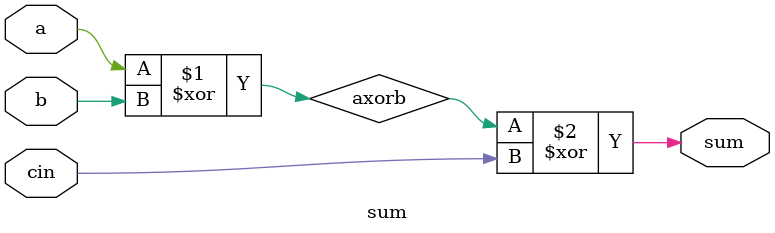
<source format=v>
module sum(sum,a,b,cin);
    
    output sum;
    input a, b, cin;
    wire axorb;
        
    assign axorb = a ^ b;
    assign sum = axorb ^ cin;
            
endmodule

</source>
